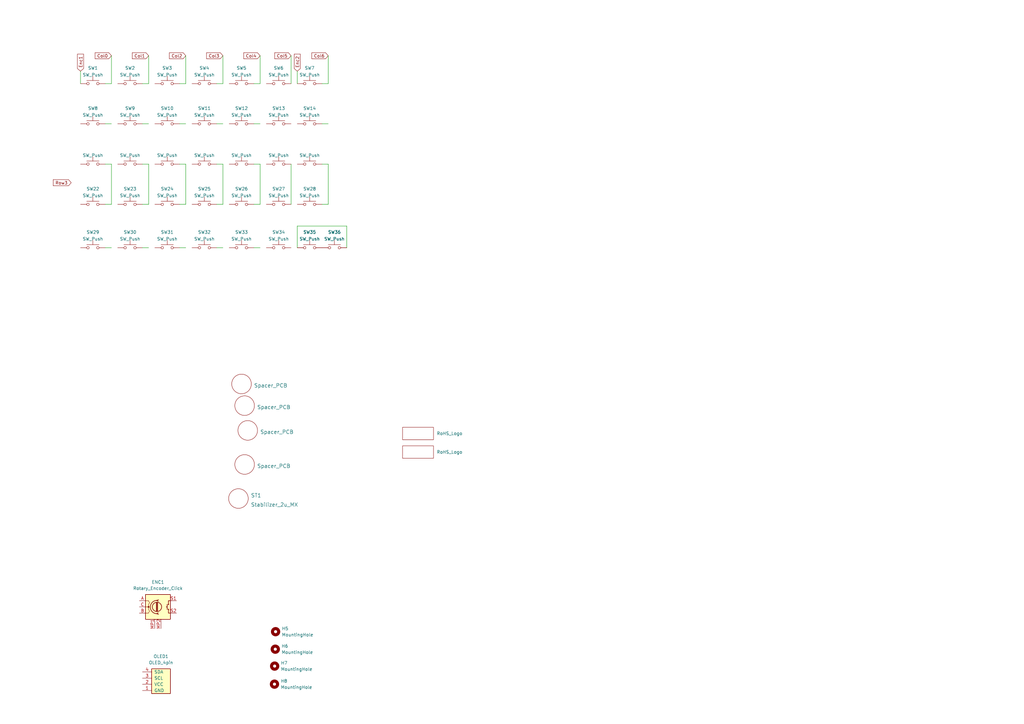
<source format=kicad_sch>
(kicad_sch (version 20250114) (generator "eeschema") (generator_version "9.0")
  (paper "A3")
  (title_block (title "RefleXion X65 - Full Plate") (date "2025-06-16") (rev "v1.10") (company "Tweety's Wild Thinking") (comment 1 "Design: Markus Knutsson <markus.knutsson@tweety.se>") (comment 2 "Concept: Pedro Quaresma <pq@live.ie>") (comment 3 "https://github.com/TweetyDaBird") (comment 4 "Licensed under Creative Commons BY-SA 4.0 International"))
  (lib_symbols
    (symbol "Keyboard Common:OLED_4pin" (pin_names (offset 1.016))
      (property "Reference" "OLED" (at 0 5.08 0))
      (property "Value" "OLED_4pin" (at 0 -7.62 0))
      (symbol "OLED_4pin_1_1"
        (rectangle (start -1.27 3.81) (end 6.35 -6.35) (stroke (width 0.254)) (fill (type background)))
        (pin passive line (at -5.08 2.54 0) (length 3.81) (name "GND") (number "1"))
        (pin passive line (at -5.08 0 0) (length 3.81) (name "VCC") (number "2"))
        (pin passive line (at -5.08 -2.54 0) (length 3.81) (name "SCL") (number "3"))
        (pin passive line (at -5.08 -5.08 0) (length 3.81) (name "SDA") (number "4"))
      )
    )
    (symbol "Keyboard Switches:Rotary_Encoder_Click" (pin_names (offset 0.254) (hide yes))
      (property "Reference" "ENC" (at 0 6.604 0))
      (property "Value" "Rotary_Encoder_Click" (at 0 8.89 0))
      (symbol "Rotary_Encoder_Click_0_1"
        (rectangle (start -5.08 5.08) (end 5.08 -5.08) (stroke (width 0.254)) (fill (type background)))
        (polyline (pts (xy -5.08 2.54) (xy -3.81 2.54) (xy -3.81 2.032)))
        (polyline (pts (xy -5.08 0) (xy -3.81 0) (xy -3.81 -1.016) (xy -3.302 -2.032)))
        (polyline (pts (xy -5.08 -2.54) (xy -3.81 -2.54) (xy -3.81 -2.032)))
        (polyline (pts (xy -4.318 0) (xy -3.81 0) (xy -3.81 1.016) (xy -3.302 2.032)))
        (circle (center -3.81 0) (radius 0.254) (fill (type outline)))
        (polyline (pts (xy -0.635 -1.778) (xy -0.635 1.778)) (stroke (width 0.254)))
        (circle (center -0.381 0) (radius 1.905) (stroke (width 0.254)))
        (polyline (pts (xy -0.381 -1.778) (xy -0.381 1.778)) (stroke (width 0.254)))
        (arc (start -0.381 -2.794) (mid -3.0988 -0.0635) (end -0.381 2.667) (stroke (width 0.254)))
        (polyline (pts (xy -0.127 1.778) (xy -0.127 -1.778)) (stroke (width 0.254)))
        (polyline (pts (xy 0.254 2.921) (xy -0.508 2.667) (xy 0.127 2.286)) (stroke (width 0.254)))
        (polyline (pts (xy 0.254 -3.048) (xy -0.508 -2.794) (xy 0.127 -2.413)) (stroke (width 0.254)))
        (polyline (pts (xy 3.81 1.016) (xy 3.81 -1.016)) (stroke (width 0.254)))
        (polyline (pts (xy 3.81 0) (xy 3.429 0)) (stroke (width 0.254)))
        (circle (center 4.318 1.016) (radius 0.127) (stroke (width 0.254)))
        (circle (center 4.318 -1.016) (radius 0.127) (stroke (width 0.254)))
        (polyline (pts (xy 5.08 2.54) (xy 4.318 2.54) (xy 4.318 1.016)) (stroke (width 0.254)))
        (polyline (pts (xy 5.08 -2.54) (xy 4.318 -2.54) (xy 4.318 -1.016)) (stroke (width 0.254)))
      )
      (symbol "Rotary_Encoder_Click_1_1"
        (pin passive line (at -7.62 2.54 0) (length 2.54) (name "A") (number "A"))
        (pin passive line (at -7.62 0 0) (length 2.54) (name "C") (number "C"))
        (pin passive line (at -7.62 -2.54 0) (length 2.54) (name "B") (number "B"))
        (pin power_in line (at -1.27 -8.89 90) (length 3.7084) (name "GND") (number "MP1"))
        (pin power_in line (at 1.27 -8.89 90) (length 3.7592) (name "GND") (number "MP2"))
        (pin passive line (at 7.62 2.54 180) (length 2.54) (name "S1") (number "S1"))
        (pin passive line (at 7.62 -2.54 180) (length 2.54) (name "S2") (number "S2"))
      )
    )
    (symbol "Keyboard Switches:SW_MX_HotSwap_Reversible" (pin_numbers (hide yes)) (pin_names (offset 1.016) (hide yes))
      (property "Reference" "SW" (at 1.27 2.54 0))
      (property "Value" "SW_MX_HotSwap_Reversible" (at 0 -1.524 0))
      (symbol "SW_MX_HotSwap_Reversible_0_1"
        (circle (center -2.032 0) (radius 0.508))
        (polyline (pts (xy 0 1.27) (xy 0 3.048)))
        (circle (center 2.032 0) (radius 0.508))
        (polyline (pts (xy 2.54 1.27) (xy -2.54 1.27)))
        (pin passive line (at -5.08 0 0) (length 2.54) (name "1") (number "1"))
        (pin passive line (at 5.08 0 180) (length 2.54) (name "2") (number "2"))
      )
    )
    (symbol "Keyboard Switches:Stabilizer_2u_MX" (pin_names (offset 1.016))
      (property "Reference" "ST1" (at 0 -1.27 0))
      (property "Value" "Stabilizer_2u_MX" (at 0 1.27 0))
      (symbol "Stabilizer_2u_MX_0_1"
        (circle (center 0 0) (radius 4.0132))
      )
    )
    (symbol "Keyboard_Plate:Spacer_PCB" (pin_names (offset 1.016))
      (property "Value" "Spacer_PCB" (at 0 1.27 0))
      (symbol "Spacer_PCB_0_1"
        (circle (center 0 0) (radius 4.0132))
      )
    )
    (symbol "Logotypes:QMK_Logo" (pin_numbers (hide yes)) (pin_names (offset 0) (hide yes)) (exclude_from_sim yes) (in_bom no)
      (property "Value" "RoHS_Logo" (at 0.254 5.334 0))
      (symbol "QMK_Logo_0_1"
        (rectangle (start -6.35 3.81) (end 6.35 -1.27))
      )
    )
    (symbol "Mechanical:MountingHole" (pin_names (offset 1.016)) (exclude_from_sim yes) (in_bom no)
      (property "Reference" "H" (at 0 5.08 0))
      (property "Value" "MountingHole" (at 0 3.175 0))
      (symbol "MountingHole_0_1"
        (circle (center 0 0) (radius 1.27) (stroke (width 1.27)))
      )
    )
  )
  (wire (pts (xy 121.92 92.71) (xy 142.24 92.71)))
  (wire (pts (xy 132.08 34.29) (xy 134.62 34.29)))
  (wire (pts (xy 33.02 29.21) (xy 33.02 34.29)))
  (wire (pts (xy 45.72 22.86) (xy 45.72 34.29)))
  (wire (pts (xy 142.24 92.71) (xy 142.24 101.6)))
  (wire (pts (xy 76.2 67.31) (xy 76.2 83.82)))
  (wire (pts (xy 73.66 83.82) (xy 76.2 83.82)))
  (wire (pts (xy 73.66 34.29) (xy 76.2 34.29)))
  (wire (pts (xy 134.62 67.31) (xy 134.62 83.82)))
  (wire (pts (xy 58.42 83.82) (xy 60.96 83.82)))
  (wire (pts (xy 43.18 101.6) (xy 45.72 101.6)))
  (wire (pts (xy 58.42 50.8) (xy 60.96 50.8)))
  (wire (pts (xy 88.9 83.82) (xy 91.44 83.82)))
  (wire (pts (xy 106.68 22.86) (xy 106.68 34.29)))
  (wire (pts (xy 88.9 67.31) (xy 91.44 67.31)))
  (wire (pts (xy 43.18 83.82) (xy 45.72 83.82)))
  (wire (pts (xy 132.08 50.8) (xy 134.62 50.8)))
  (wire (pts (xy 119.38 22.86) (xy 119.38 34.29)))
  (wire (pts (xy 73.66 67.31) (xy 76.2 67.31)))
  (wire (pts (xy 119.38 67.31) (xy 119.38 83.82)))
  (wire (pts (xy 76.2 22.86) (xy 76.2 34.29)))
  (wire (pts (xy 73.66 50.8) (xy 76.2 50.8)))
  (wire (pts (xy 104.14 50.8) (xy 106.68 50.8)))
  (wire (pts (xy 88.9 50.8) (xy 91.44 50.8)))
  (wire (pts (xy 58.42 67.31) (xy 60.96 67.31)))
  (wire (pts (xy 88.9 34.29) (xy 91.44 34.29)))
  (wire (pts (xy 91.44 67.31) (xy 91.44 83.82)))
  (wire (pts (xy 104.14 83.82) (xy 106.68 83.82)))
  (wire (pts (xy 45.72 67.31) (xy 45.72 83.82)))
  (wire (pts (xy 132.08 67.31) (xy 134.62 67.31)))
  (wire (pts (xy 104.14 101.6) (xy 106.68 101.6)))
  (wire (pts (xy 104.14 67.31) (xy 106.68 67.31)))
  (wire (pts (xy 60.96 22.86) (xy 60.96 34.29)))
  (wire (pts (xy 76.2 101.6) (xy 73.66 101.6)))
  (wire (pts (xy 106.68 67.31) (xy 106.68 83.82)))
  (wire (pts (xy 60.96 67.31) (xy 60.96 83.82)))
  (wire (pts (xy 104.14 34.29) (xy 106.68 34.29)))
  (wire (pts (xy 43.18 67.31) (xy 45.72 67.31)))
  (wire (pts (xy 43.18 50.8) (xy 45.72 50.8)))
  (wire (pts (xy 132.08 83.82) (xy 134.62 83.82)))
  (wire (pts (xy 91.44 22.86) (xy 91.44 34.29)))
  (wire (pts (xy 58.42 101.6) (xy 60.96 101.6)))
  (wire (pts (xy 91.44 101.6) (xy 88.9 101.6)))
  (wire (pts (xy 121.92 29.21) (xy 121.92 34.29)))
  (wire (pts (xy 134.62 22.86) (xy 134.62 34.29)))
  (wire (pts (xy 121.92 101.6) (xy 121.92 92.71)))
  (wire (pts (xy 58.42 34.29) (xy 60.96 34.29)))
  (wire (pts (xy 43.18 34.29) (xy 45.72 34.29)))
  (global_label "Col4" (shape input) (at 106.68 22.86 180) (property "Intersheetrefs" "${INTERSHEET_REFS}" (effects (hide yes))))
  (global_label "Enc2" (shape input) (at 121.92 29.21 90) (property "Intersheetrefs" "${INTERSHEET_REFS}" (effects (hide yes))))
  (global_label "Enc1" (shape input) (at 33.02 29.21 90) (property "Intersheetrefs" "${INTERSHEET_REFS}" (effects (hide yes))))
  (global_label "Col3" (shape input) (at 91.44 22.86 180) (property "Intersheetrefs" "${INTERSHEET_REFS}" (effects (hide yes))))
  (global_label "Col6" (shape input) (at 134.62 22.86 180) (property "Intersheetrefs" "${INTERSHEET_REFS}" (effects (hide yes))))
  (global_label "Col2" (shape input) (at 76.2 22.86 180) (property "Intersheetrefs" "${INTERSHEET_REFS}" (effects (hide yes))))
  (global_label "Col5" (shape input) (at 119.38 22.86 180) (property "Intersheetrefs" "${INTERSHEET_REFS}" (effects (hide yes))))
  (global_label "Col0" (shape input) (at 45.72 22.86 180) (property "Intersheetrefs" "${INTERSHEET_REFS}" (effects (hide yes))))
  (global_label "Row3" (shape input) (at 29.21 74.93 180) (property "Intersheetrefs" "${INTERSHEET_REFS}" (effects (hide yes))))
  (global_label "Col1" (shape input) (at 60.96 22.86 180) (property "Intersheetrefs" "${INTERSHEET_REFS}" (effects (hide yes))))
  (symbol (lib_id "Keyboard Switches:SW_MX_HotSwap_Reversible") (at 83.82 83.82 0) (unit 1)
    (property "Reference" "SW25" (at 83.82 77.4405 0))
    (property "Value" "SW_Push" (at 83.82 80.2156 0))
    (property "Footprint" "Keyboard_Plate:SW_MX_Plate_Placeholder_nodrill_NOBORDER_13,9" (effects (hide yes)))
  )
  (symbol (lib_id "Keyboard Switches:SW_MX_HotSwap_Reversible") (at 53.34 67.31 0) (unit 1)
    (property "Reference" "SW16" (effects (hide yes)))
    (property "Value" "SW_Push" (at 53.34 63.7056 0))
    (property "Footprint" "Keyboard_Plate:SW_MX_Plate_Placeholder_nodrill_NOBORDER_13,9" (effects (hide yes)))
  )
  (symbol (lib_id "Logotypes:QMK_Logo") (at 171.45 179.07 0) (unit 1) (exclude_from_sim yes) (in_bom no)
    (property "Reference" "Logo1" (effects (hide yes)))
    (property "Value" "RoHS_Logo" (at 179.07 177.7999 0) (effects (justify left)))
    (property "Footprint" "Logotypes:X65" (effects (hide yes)))
  )
  (symbol (lib_id "Keyboard Switches:Stabilizer_2u_MX") (at 97.79 204.47 0) (unit 1)
    (property "Reference" "ST1" (at 102.87 203.2 0) (effects (font (size 1.524 1.524)) (justify left)))
    (property "Value" "Stabilizer_2u_MX" (at 102.87 207.01 0) (effects (font (size 1.524 1.524)) (justify left)))
    (property "Footprint" "Keyboard_Plate:Stabilizer_Cherry_MX_2.00u_PLate_1_2" (effects (hide yes)))
  )
  (symbol (lib_id "Keyboard Switches:SW_MX_HotSwap_Reversible") (at 68.58 83.82 0) (unit 1)
    (property "Reference" "SW24" (at 68.58 77.4405 0))
    (property "Value" "SW_Push" (at 68.58 80.2156 0))
    (property "Footprint" "Keyboard_Plate:SW_MX_Plate_Placeholder_nodrill_NOBORDER_13,9" (effects (hide yes)))
  )
  (symbol (lib_id "Keyboard Switches:SW_MX_HotSwap_Reversible") (at 127 83.82 0) (unit 1)
    (property "Reference" "SW28" (at 127 77.4405 0))
    (property "Value" "SW_Push" (at 127 80.2156 0))
    (property "Footprint" "Keyboard_Plate:SW_MX_Plate_Placeholder_nodrill_NOBORDER_13,9" (effects (hide yes)))
  )
  (symbol (lib_id "Keyboard Switches:SW_MX_HotSwap_Reversible") (at 114.3 67.31 0) (unit 1)
    (property "Reference" "SW20" (effects (hide yes)))
    (property "Value" "SW_Push" (at 114.3 63.7056 0))
    (property "Footprint" "Keyboard_Plate:SW_MX_Plate_Placeholder_nodrill_NOBORDER_13,9" (effects (hide yes)))
  )
  (symbol (lib_id "Mechanical:MountingHole") (at 112.9125 266.2636 0) (unit 1) (exclude_from_sim yes) (in_bom no)
    (property "Reference" "H6" (at 115.4525 264.9935 0) (effects (justify left)))
    (property "Value" "MountingHole" (at 115.4525 267.5335 0) (effects (justify left)))
    (property "Footprint" "MountingHole:MountingHole_3.2mm_M3" (effects (hide yes)))
    (property "Description" "Mounting Hole without connection" (effects (hide yes)))
  )
  (symbol (lib_id "Keyboard Switches:SW_MX_HotSwap_Reversible") (at 38.1 50.8 0) (mirror y) (unit 1)
    (property "Reference" "SW8" (at 38.1 44.4205 0))
    (property "Value" "SW_Push" (at 38.1 47.1956 0))
    (property "Footprint" "Keyboard_Plate:SW_MX_Plate_Placeholder_nodrill_NOBORDER_13,9" (effects (hide yes)))
  )
  (symbol (lib_id "Keyboard Switches:SW_MX_HotSwap_Reversible") (at 38.1 67.31 0) (mirror y) (unit 1)
    (property "Reference" "SW15" (effects (hide yes)))
    (property "Value" "SW_Push" (at 38.1 63.7056 0))
    (property "Footprint" "Keyboard_Plate:SW_MX_Plate_Placeholder_nodrill_NOBORDER_13,9" (effects (hide yes)))
  )
  (symbol (lib_id "Keyboard Switches:SW_MX_HotSwap_Reversible") (at 53.34 34.29 0) (unit 1)
    (property "Reference" "SW2" (at 53.34 27.9105 0))
    (property "Value" "SW_Push" (at 53.34 30.6856 0))
    (property "Footprint" "Keyboard_Plate:SW_MX_Plate_Placeholder_nodrill_NOBORDER_13,9" (effects (hide yes)))
  )
  (symbol (lib_id "Keyboard Switches:SW_MX_HotSwap_Reversible") (at 83.82 50.8 0) (unit 1)
    (property "Reference" "SW11" (at 83.82 44.4205 0))
    (property "Value" "SW_Push" (at 83.82 47.1956 0))
    (property "Footprint" "Keyboard_Plate:SW_MX_Plate_Placeholder_nodrill_NOBORDER_13,9" (effects (hide yes)))
  )
  (symbol (lib_id "Keyboard_Plate:Spacer_PCB") (at 100.33 190.5 0) (unit 1)
    (property "Reference" "H1" (effects (hide yes)))
    (property "Value" "Spacer_PCB" (at 105.41 191.135 0) (effects (font (size 1.524 1.524)) (justify left)))
    (property "Footprint" "Keyboard_Plate:Spacer Plate hole" (effects (hide yes)))
  )
  (symbol (lib_id "Mechanical:MountingHole") (at 112.5759 280.6026 0) (unit 1) (exclude_from_sim yes) (in_bom no)
    (property "Reference" "H8" (at 115.1159 279.3325 0) (effects (justify left)))
    (property "Value" "MountingHole" (at 115.1159 281.8725 0) (effects (justify left)))
    (property "Footprint" "MountingHole:MountingHole_3.2mm_M3" (effects (hide yes)))
    (property "Description" "Mounting Hole without connection" (effects (hide yes)))
  )
  (symbol (lib_id "Keyboard Switches:SW_MX_HotSwap_Reversible") (at 68.58 101.6 0) (unit 1)
    (property "Reference" "SW31" (at 68.58 95.2205 0))
    (property "Value" "SW_Push" (at 68.58 97.9956 0))
    (property "Footprint" "Keyboard_Plate:SW_MX_Plate_Placeholder_nodrill_NOBORDER_13,9" (effects (hide yes)))
  )
  (symbol (lib_id "Keyboard_Plate:Spacer_PCB") (at 99.06 157.48 0) (unit 1)
    (property "Reference" "H2" (effects (hide yes)))
    (property "Value" "Spacer_PCB" (at 104.14 158.115 0) (effects (font (size 1.524 1.524)) (justify left)))
    (property "Footprint" "Keyboard_Plate:Spacer Plate hole" (effects (hide yes)))
  )
  (symbol (lib_id "Keyboard Switches:SW_MX_HotSwap_Reversible") (at 53.34 101.6 0) (unit 1)
    (property "Reference" "SW30" (at 53.34 95.2205 0))
    (property "Value" "SW_Push" (at 53.34 97.9956 0))
    (property "Footprint" "Keyboard_Plate:SW_MX_Plate_Placeholder_nodrill_NOBORDER_13,9" (effects (hide yes)))
  )
  (symbol (lib_id "Keyboard Switches:SW_MX_HotSwap_Reversible") (at 99.06 50.8 0) (unit 1)
    (property "Reference" "SW12" (at 99.06 44.4205 0))
    (property "Value" "SW_Push" (at 99.06 47.1956 0))
    (property "Footprint" "Keyboard_Plate:SW_MX_Plate_Placeholder_nodrill_NOBORDER_13,9" (effects (hide yes)))
  )
  (symbol (lib_id "Keyboard Switches:SW_MX_HotSwap_Reversible") (at 83.82 101.6 0) (unit 1)
    (property "Reference" "SW32" (at 83.82 95.2205 0))
    (property "Value" "SW_Push" (at 83.82 97.9956 0))
    (property "Footprint" "Keyboard_Plate:SW_MX_Plate_Placeholder_nodrill_NOBORDER_13,9" (effects (hide yes)))
  )
  (symbol (lib_id "Mechanical:MountingHole") (at 112.6432 273.1975 0) (unit 1) (exclude_from_sim yes) (in_bom no)
    (property "Reference" "H7" (at 115.1832 271.9274 0) (effects (justify left)))
    (property "Value" "MountingHole" (at 115.1832 274.4674 0) (effects (justify left)))
    (property "Footprint" "MountingHole:MountingHole_3.2mm_M3" (effects (hide yes)))
    (property "Description" "Mounting Hole without connection" (effects (hide yes)))
  )
  (symbol (lib_id "Keyboard Switches:SW_MX_HotSwap_Reversible") (at 68.58 50.8 0) (unit 1)
    (property "Reference" "SW10" (at 68.58 44.4205 0))
    (property "Value" "SW_Push" (at 68.58 47.1956 0))
    (property "Footprint" "Keyboard_Plate:SW_MX_Plate_Placeholder_nodrill_NOBORDER_13,9" (effects (hide yes)))
  )
  (symbol (lib_id "Keyboard_Plate:Spacer_PCB") (at 100.33 166.37 0) (unit 1)
    (property "Reference" "H3" (effects (hide yes)))
    (property "Value" "Spacer_PCB" (at 105.41 167.005 0) (effects (font (size 1.524 1.524)) (justify left)))
    (property "Footprint" "Keyboard_Plate:Spacer Plate hole" (effects (hide yes)))
  )
  (symbol (lib_id "Keyboard Switches:SW_MX_HotSwap_Reversible") (at 114.3 83.82 0) (unit 1)
    (property "Reference" "SW27" (at 114.3 77.4405 0))
    (property "Value" "SW_Push" (at 114.3 80.2156 0))
    (property "Footprint" "Keyboard_Plate:SW_MX_Plate_Placeholder_nodrill_NOBORDER_13,9" (effects (hide yes)))
  )
  (symbol (lib_id "Keyboard Switches:SW_MX_HotSwap_Reversible") (at 83.82 34.29 0) (unit 1)
    (property "Reference" "SW4" (at 83.82 27.9105 0))
    (property "Value" "SW_Push" (at 83.82 30.6856 0))
    (property "Footprint" "Keyboard_Plate:SW_MX_Plate_Placeholder_nodrill_NOBORDER_13,9" (effects (hide yes)))
  )
  (symbol (lib_id "Keyboard Switches:SW_MX_HotSwap_Reversible") (at 99.06 67.31 0) (unit 1)
    (property "Reference" "SW19" (effects (hide yes)))
    (property "Value" "SW_Push" (at 99.06 63.7056 0))
    (property "Footprint" "Keyboard_Plate:SW_MX_Plate_Placeholder_nodrill_NOBORDER_13,9" (effects (hide yes)))
  )
  (symbol (lib_id "Keyboard Common:OLED_4pin") (at 63.5 280.67 0) (mirror x) (unit 1)
    (property "Reference" "OLED1" (at 66.04 269.24 0))
    (property "Value" "OLED_4pin" (at 66.04 271.78 0))
    (property "Footprint" "Keyboard_Plate:OLED Placeholder" (effects (hide yes)))
  )
  (symbol (lib_id "Keyboard Switches:Rotary_Encoder_Click") (at 64.77 248.92 0) (unit 1)
    (property "Reference" "ENC1" (at 64.77 238.76 0))
    (property "Value" "Rotary_Encoder_Click" (at 64.77 241.3 0))
    (property "Footprint" "Keyboard_Plate:Encoder_Plate_Placeholder_nodrill" (effects (hide yes)))
  )
  (symbol (lib_id "Keyboard Switches:SW_MX_HotSwap_Reversible") (at 127 34.29 0) (unit 1)
    (property "Reference" "SW7" (at 127 27.9105 0))
    (property "Value" "SW_Push" (at 127 30.6856 0))
    (property "Footprint" "Keyboard_Plate:SW_MX_Plate_Placeholder_nodrill_NOBORDER_13,9" (effects (hide yes)))
  )
  (symbol (lib_id "Keyboard Switches:SW_MX_HotSwap_Reversible") (at 114.3 50.8 0) (unit 1)
    (property "Reference" "SW13" (at 114.3 44.4205 0))
    (property "Value" "SW_Push" (at 114.3 47.1956 0))
    (property "Footprint" "Keyboard_Plate:SW_MX_Plate_Placeholder_nodrill_NOBORDER_13,9" (effects (hide yes)))
  )
  (symbol (lib_id "Keyboard Switches:SW_MX_HotSwap_Reversible") (at 53.34 83.82 0) (unit 1)
    (property "Reference" "SW23" (at 53.34 77.4405 0))
    (property "Value" "SW_Push" (at 53.34 80.2156 0))
    (property "Footprint" "Keyboard_Plate:SW_MX_Plate_Placeholder_nodrill_NOBORDER_13,9" (effects (hide yes)))
  )
  (symbol (lib_id "Keyboard Switches:SW_MX_HotSwap_Reversible") (at 53.34 50.8 0) (unit 1)
    (property "Reference" "SW9" (at 53.34 44.4205 0))
    (property "Value" "SW_Push" (at 53.34 47.1956 0))
    (property "Footprint" "Keyboard_Plate:SW_MX_Plate_Placeholder_nodrill_NOBORDER_13,9" (effects (hide yes)))
  )
  (symbol (lib_id "Keyboard Switches:SW_MX_HotSwap_Reversible") (at 137.16 101.6 0) (unit 1)
    (property "Reference" "SW36" (at 137.16 95.2205 0))
    (property "Value" "SW_Push" (at 137.16 97.9956 0))
    (property "Footprint" "Keyboard_Plate:SW_MX_Plate_Placeholder_nodrill_NOBORDER_13,9" (effects (hide yes)))
  )
  (symbol (lib_id "Keyboard Switches:SW_MX_HotSwap_Reversible") (at 83.82 67.31 0) (unit 1)
    (property "Reference" "SW18" (effects (hide yes)))
    (property "Value" "SW_Push" (at 83.82 63.7056 0))
    (property "Footprint" "Keyboard_Plate:SW_MX_Plate_Placeholder_nodrill_NOBORDER_13,9" (effects (hide yes)))
  )
  (symbol (lib_id "Keyboard Switches:SW_MX_HotSwap_Reversible") (at 99.06 101.6 0) (unit 1)
    (property "Reference" "SW33" (at 99.06 95.2205 0))
    (property "Value" "SW_Push" (at 99.06 97.9956 0))
    (property "Footprint" "Keyboard_Plate:SW_MX_Plate_Placeholder_nodrill_NOBORDER_13,9" (effects (hide yes)))
  )
  (symbol (lib_id "Mechanical:MountingHole") (at 113.03 259.08 0) (unit 1) (exclude_from_sim yes) (in_bom no)
    (property "Reference" "H5" (at 115.57 257.8099 0) (effects (justify left)))
    (property "Value" "MountingHole" (at 115.57 260.3499 0) (effects (justify left)))
    (property "Footprint" "MountingHole:MountingHole_3.2mm_M3" (effects (hide yes)))
    (property "Description" "Mounting Hole without connection" (effects (hide yes)))
  )
  (symbol (lib_id "Keyboard_Plate:Spacer_PCB") (at 101.6 176.53 0) (unit 1)
    (property "Reference" "H4" (effects (hide yes)))
    (property "Value" "Spacer_PCB" (at 106.68 177.165 0) (effects (font (size 1.524 1.524)) (justify left)))
    (property "Footprint" "Keyboard_Plate:Spacer Plate hole" (effects (hide yes)))
  )
  (symbol (lib_id "Keyboard Switches:SW_MX_HotSwap_Reversible") (at 38.1 101.6 0) (mirror y) (unit 1)
    (property "Reference" "SW29" (at 38.1 95.2205 0))
    (property "Value" "SW_Push" (at 38.1 97.9956 0))
    (property "Footprint" "Keyboard_Plate:SW_MX_Plate_Placeholder_nodrill_NOBORDER_13,9" (effects (hide yes)))
  )
  (symbol (lib_id "Keyboard Switches:SW_MX_HotSwap_Reversible") (at 68.58 67.31 0) (unit 1)
    (property "Reference" "SW17" (effects (hide yes)))
    (property "Value" "SW_Push" (at 68.58 63.7056 0))
    (property "Footprint" "Keyboard_Plate:SW_MX_Plate_Placeholder_nodrill_NOBORDER_13,9" (effects (hide yes)))
  )
  (symbol (lib_id "Keyboard Switches:SW_MX_HotSwap_Reversible") (at 99.06 34.29 0) (unit 1)
    (property "Reference" "SW5" (at 99.06 27.9105 0))
    (property "Value" "SW_Push" (at 99.06 30.6856 0))
    (property "Footprint" "Keyboard_Plate:SW_MX_Plate_Placeholder_nodrill_NOBORDER_13,9" (effects (hide yes)))
  )
  (symbol (lib_id "Keyboard Switches:SW_MX_HotSwap_Reversible") (at 68.58 34.29 0) (unit 1)
    (property "Reference" "SW3" (at 68.58 27.9105 0))
    (property "Value" "SW_Push" (at 68.58 30.6856 0))
    (property "Footprint" "Keyboard_Plate:SW_MX_Plate_Placeholder_nodrill_NOBORDER_13,9" (effects (hide yes)))
  )
  (symbol (lib_id "Keyboard Switches:SW_MX_HotSwap_Reversible") (at 38.1 34.29 0) (mirror y) (unit 1)
    (property "Reference" "SW1" (at 38.1 27.9105 0))
    (property "Value" "SW_Push" (at 38.1 30.6856 0))
    (property "Footprint" "Keyboard_Plate:SW_MX_Plate_Placeholder_nodrill_NOBORDER_13,9" (effects (hide yes)))
  )
  (symbol (lib_id "Keyboard Switches:SW_MX_HotSwap_Reversible") (at 114.3 34.29 0) (unit 1)
    (property "Reference" "SW6" (at 114.3 27.9105 0))
    (property "Value" "SW_Push" (at 114.3 30.6856 0))
    (property "Footprint" "Keyboard_Plate:SW_MX_Plate_Placeholder_nodrill_NOBORDER_13,9" (effects (hide yes)))
  )
  (symbol (lib_id "Logotypes:QMK_Logo") (at 171.45 186.69 0) (unit 1) (exclude_from_sim yes) (in_bom no)
    (property "Reference" "Logo2" (effects (hide yes)))
    (property "Value" "RoHS_Logo" (at 179.07 185.4199 0) (effects (justify left)))
    (property "Footprint" "Logotypes:RefleXion 652" (effects (hide yes)))
  )
  (symbol (lib_id "Keyboard Switches:SW_MX_HotSwap_Reversible") (at 127 101.6 0) (unit 1)
    (property "Reference" "SW35" (at 127 95.2205 0))
    (property "Value" "SW_Push" (at 127 97.9956 0))
    (property "Footprint" "Keyboard_Plate:SW_MX_Plate_Placeholder_nodrill_NOBORDER_13,9" (effects (hide yes)))
  )
  (symbol (lib_id "Keyboard Switches:SW_MX_HotSwap_Reversible") (at 114.3 101.6 0) (unit 1)
    (property "Reference" "SW34" (at 114.3 95.2205 0))
    (property "Value" "SW_Push" (at 114.3 97.9956 0))
    (property "Footprint" "Keyboard_Plate:SW_MX_Plate_Placeholder_nodrill_NOBORDER_13,9" (effects (hide yes)))
  )
  (symbol (lib_id "Keyboard Switches:SW_MX_HotSwap_Reversible") (at 127 50.8 0) (unit 1)
    (property "Reference" "SW14" (at 127 44.4205 0))
    (property "Value" "SW_Push" (at 127 47.1956 0))
    (property "Footprint" "Keyboard_Plate:SW_MX_Plate_Placeholder_nodrill_NOBORDER_13,9" (effects (hide yes)))
  )
  (symbol (lib_id "Keyboard Switches:SW_MX_HotSwap_Reversible") (at 99.06 83.82 0) (unit 1)
    (property "Reference" "SW26" (at 99.06 77.4405 0))
    (property "Value" "SW_Push" (at 99.06 80.2156 0))
    (property "Footprint" "Keyboard_Plate:SW_MX_Plate_Placeholder_nodrill_NOBORDER_13,9" (effects (hide yes)))
  )
  (symbol (lib_id "Keyboard Switches:SW_MX_HotSwap_Reversible") (at 38.1 83.82 0) (mirror y) (unit 1)
    (property "Reference" "SW22" (at 38.1 77.4405 0))
    (property "Value" "SW_Push" (at 38.1 80.2156 0))
    (property "Footprint" "Keyboard_Plate:SW_MX_Plate_Placeholder_nodrill_NOBORDER_13,9" (effects (hide yes)))
  )
  (symbol (lib_id "Keyboard Switches:SW_MX_HotSwap_Reversible") (at 127 67.31 0) (unit 1)
    (property "Reference" "SW21" (effects (hide yes)))
    (property "Value" "SW_Push" (at 127 63.7056 0))
    (property "Footprint" "Keyboard_Plate:SW_MX_Plate_Placeholder_nodrill_NOBORDER_13,9" (effects (hide yes)))
  )
)
</source>
